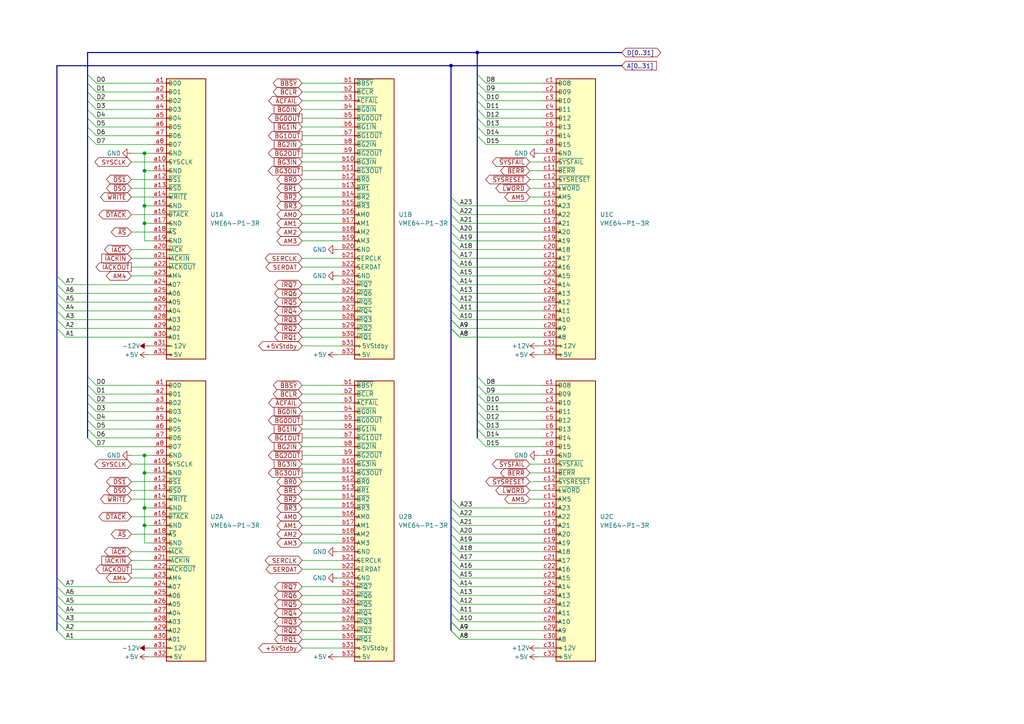
<source format=kicad_sch>
(kicad_sch (version 20231120) (generator "eeschema") (generator_version "8.0")
  (paper "A4")
  (title_block (title "60mm VME Extender") (rev "1"))
  (lib_symbols
    (symbol "Computie_Connectors:VME64-J1-3R"
      (property "Reference" "U" (at 0 40.64 0))
      (property "Value" "VME64-J1-3R" (at 0 40.64 0))
      (symbol "VME64-J1-3R_1_1"
        (pin bidirectional line (at -5.08 38.1 0) (length 3.81) (name "D00") (number "a1"))
        (pin input line (at -5.08 15.24 0) (length 3.81) (name "SYSCLK") (number "a10"))
        (pin power_in line (at -5.08 12.7 0) (length 3.81) (name "GND") (number "a11"))
        (pin bidirectional line (at -5.08 10.16 0) (length 3.81) (name "~{DS1}") (number "a12"))
        (pin bidirectional line (at -5.08 7.62 0) (length 3.81) (name "~{DS0}") (number "a13"))
        (pin bidirectional line (at -5.08 5.08 0) (length 3.81) (name "~{WRITE}") (number "a14"))
        (pin power_in line (at -5.08 2.54 0) (length 3.81) (name "GND") (number "a15"))
        (pin bidirectional line (at -5.08 0 0) (length 3.81) (name "~{DTACK}") (number "a16"))
        (pin power_in line (at -5.08 -2.54 0) (length 3.81) (name "GND") (number "a17"))
        (pin bidirectional line (at -5.08 -5.08 0) (length 3.81) (name "~{AS}") (number "a18"))
        (pin power_in line (at -5.08 -7.62 0) (length 3.81) (name "GND") (number "a19"))
        (pin bidirectional line (at -5.08 35.56 0) (length 3.81) (name "D01") (number "a2"))
        (pin bidirectional line (at -5.08 -10.16 0) (length 3.81) (name "~{IACK}") (number "a20"))
        (pin output line (at -5.08 -12.7 0) (length 3.81) (name "~{IACKIN}") (number "a21"))
        (pin input line (at -5.08 -15.24 0) (length 3.81) (name "~{IACKOUT}") (number "a22"))
        (pin bidirectional line (at -5.08 -17.78 0) (length 3.81) (name "AM4") (number "a23"))
        (pin bidirectional line (at -5.08 -20.32 0) (length 3.81) (name "A07") (number "a24"))
        (pin bidirectional line (at -5.08 -22.86 0) (length 3.81) (name "A06") (number "a25"))
        (pin bidirectional line (at -5.08 -25.4 0) (length 3.81) (name "A05") (number "a26"))
        (pin bidirectional line (at -5.08 -27.94 0) (length 3.81) (name "A04") (number "a27"))
        (pin bidirectional line (at -5.08 -30.48 0) (length 3.81) (name "A03") (number "a28"))
        (pin bidirectional line (at -5.08 -33.02 0) (length 3.81) (name "A02") (number "a29"))
        (pin bidirectional line (at -5.08 33.02 0) (length 3.81) (name "D02") (number "a3"))
        (pin bidirectional line (at -5.08 -35.56 0) (length 3.81) (name "A01") (number "a30"))
        (pin power_in line (at -5.08 -38.1 0) (length 3.81) (name "-12V") (number "a31"))
        (pin power_in line (at -5.08 -40.64 0) (length 3.81) (name "+5V") (number "a32"))
        (pin bidirectional line (at -5.08 30.48 0) (length 3.81) (name "D03") (number "a4"))
        (pin bidirectional line (at -5.08 27.94 0) (length 3.81) (name "D04") (number "a5"))
        (pin bidirectional line (at -5.08 25.4 0) (length 3.81) (name "D05") (number "a6"))
        (pin bidirectional line (at -5.08 22.86 0) (length 3.81) (name "D06") (number "a7"))
        (pin bidirectional line (at -5.08 20.32 0) (length 3.81) (name "D07") (number "a8"))
        (pin power_in line (at -5.08 17.78 0) (length 3.81) (name "GND") (number "a9"))
      )
      (symbol "VME64-J1-3R_2_1"
        (pin bidirectional line (at -5.08 38.1 0) (length 3.81) (name "~{BBSY}") (number "b1"))
        (pin output line (at -5.08 15.24 0) (length 3.81) (name "~{BG3IN}") (number "b10"))
        (pin input line (at -5.08 12.7 0) (length 3.81) (name "~{BG3OUT}") (number "b11"))
        (pin bidirectional line (at -5.08 10.16 0) (length 3.81) (name "~{BR0}") (number "b12"))
        (pin bidirectional line (at -5.08 7.62 0) (length 3.81) (name "~{BR1}") (number "b13"))
        (pin bidirectional line (at -5.08 5.08 0) (length 3.81) (name "~{BR2}") (number "b14"))
        (pin bidirectional line (at -5.08 2.54 0) (length 3.81) (name "~{BR3}") (number "b15"))
        (pin bidirectional line (at -5.08 0 0) (length 3.81) (name "AM0") (number "b16"))
        (pin bidirectional line (at -5.08 -2.54 0) (length 3.81) (name "AM1") (number "b17"))
        (pin bidirectional line (at -5.08 -5.08 0) (length 3.81) (name "AM2") (number "b18"))
        (pin bidirectional line (at -5.08 -7.62 0) (length 3.81) (name "AM3") (number "b19"))
        (pin bidirectional line (at -5.08 35.56 0) (length 3.81) (name "~{BCLR}") (number "b2"))
        (pin power_in line (at -5.08 -10.16 0) (length 3.81) (name "GND") (number "b20"))
        (pin bidirectional line (at -5.08 -12.7 0) (length 3.81) (name "SERCLK") (number "b21"))
        (pin bidirectional line (at -5.08 -15.24 0) (length 3.81) (name "SERDAT") (number "b22"))
        (pin power_in line (at -5.08 -17.78 0) (length 3.81) (name "GND") (number "b23"))
        (pin bidirectional line (at -5.08 -20.32 0) (length 3.81) (name "~{IRQ7}") (number "b24"))
        (pin bidirectional line (at -5.08 -22.86 0) (length 3.81) (name "~{IRQ6}") (number "b25"))
        (pin bidirectional line (at -5.08 -25.4 0) (length 3.81) (name "~{IRQ5}") (number "b26"))
        (pin bidirectional line (at -5.08 -27.94 0) (length 3.81) (name "~{IRQ4}") (number "b27"))
        (pin bidirectional line (at -5.08 -30.48 0) (length 3.81) (name "~{IRQ3}") (number "b28"))
        (pin bidirectional line (at -5.08 -33.02 0) (length 3.81) (name "~{IRQ2}") (number "b29"))
        (pin input line (at -5.08 33.02 0) (length 3.81) (name "~{ACFAIL}") (number "b3"))
        (pin bidirectional line (at -5.08 -35.56 0) (length 3.81) (name "~{IRQ1}") (number "b30"))
        (pin power_in line (at -5.08 -38.1 0) (length 3.81) (name "+5VStdby") (number "b31"))
        (pin power_in line (at -5.08 -40.64 0) (length 3.81) (name "+5V") (number "b32"))
        (pin output line (at -5.08 30.48 0) (length 3.81) (name "~{BG0IN}") (number "b4"))
        (pin input line (at -5.08 27.94 0) (length 3.81) (name "~{BG0OUT}") (number "b5"))
        (pin output line (at -5.08 25.4 0) (length 3.81) (name "~{BG1IN}") (number "b6"))
        (pin input line (at -5.08 22.86 0) (length 3.81) (name "~{BG1OUT}") (number "b7"))
        (pin output line (at -5.08 20.32 0) (length 3.81) (name "~{BG2IN}") (number "b8"))
        (pin input line (at -5.08 17.78 0) (length 3.81) (name "~{BG2OUT}") (number "b9"))
      )
      (symbol "VME64-J1-3R_3_1"
        (pin bidirectional line (at -5.08 38.1 0) (length 3.81) (name "D08") (number "c1"))
        (pin bidirectional line (at -5.08 15.24 0) (length 3.81) (name "~{SYSFAIL}") (number "c10"))
        (pin bidirectional line (at -5.08 12.7 0) (length 3.81) (name "~{BERR}") (number "c11"))
        (pin bidirectional line (at -5.08 10.16 0) (length 3.81) (name "~{SYSRESET}") (number "c12"))
        (pin bidirectional line (at -5.08 7.62 0) (length 3.81) (name "~{LWORD}") (number "c13"))
        (pin bidirectional line (at -5.08 5.08 0) (length 3.81) (name "AM5") (number "c14"))
        (pin bidirectional line (at -5.08 2.54 0) (length 3.81) (name "A23") (number "c15"))
        (pin bidirectional line (at -5.08 0 0) (length 3.81) (name "A22") (number "c16"))
        (pin bidirectional line (at -5.08 -2.54 0) (length 3.81) (name "A21") (number "c17"))
        (pin bidirectional line (at -5.08 -5.08 0) (length 3.81) (name "A20") (number "c18"))
        (pin bidirectional line (at -5.08 -7.62 0) (length 3.81) (name "A19") (number "c19"))
        (pin bidirectional line (at -5.08 35.56 0) (length 3.81) (name "D09") (number "c2"))
        (pin bidirectional line (at -5.08 -10.16 0) (length 3.81) (name "A18") (number "c20"))
        (pin bidirectional line (at -5.08 -12.7 0) (length 3.81) (name "A17") (number "c21"))
        (pin bidirectional line (at -5.08 -15.24 0) (length 3.81) (name "A16") (number "c22"))
        (pin bidirectional line (at -5.08 -17.78 0) (length 3.81) (name "A15") (number "c23"))
        (pin bidirectional line (at -5.08 -20.32 0) (length 3.81) (name "A14") (number "c24"))
        (pin bidirectional line (at -5.08 -22.86 0) (length 3.81) (name "A13") (number "c25"))
        (pin bidirectional line (at -5.08 -25.4 0) (length 3.81) (name "A12") (number "c26"))
        (pin bidirectional line (at -5.08 -27.94 0) (length 3.81) (name "A11") (number "c27"))
        (pin bidirectional line (at -5.08 -30.48 0) (length 3.81) (name "A10") (number "c28"))
        (pin bidirectional line (at -5.08 -33.02 0) (length 3.81) (name "A9") (number "c29"))
        (pin bidirectional line (at -5.08 33.02 0) (length 3.81) (name "D10") (number "c3"))
        (pin bidirectional line (at -5.08 -35.56 0) (length 3.81) (name "A8") (number "c30"))
        (pin power_in line (at -5.08 -38.1 0) (length 3.81) (name "+12V") (number "c31"))
        (pin power_in line (at -5.08 -40.64 0) (length 3.81) (name "+5V") (number "c32"))
        (pin bidirectional line (at -5.08 30.48 0) (length 3.81) (name "D11") (number "c4"))
        (pin bidirectional line (at -5.08 27.94 0) (length 3.81) (name "D12") (number "c5"))
        (pin bidirectional line (at -5.08 25.4 0) (length 3.81) (name "D13") (number "c6"))
        (pin bidirectional line (at -5.08 22.86 0) (length 3.81) (name "D14") (number "c7"))
        (pin bidirectional line (at -5.08 20.32 0) (length 3.81) (name "D15") (number "c8"))
        (pin power_in line (at -5.08 17.78 0) (length 3.81) (name "GND") (number "c9"))
      )
    )
    (symbol "power:+12V" (power) (pin_numbers hide) (pin_names (offset 0) hide)
      (property "Value" "+12V" (at 0 3.556 0))
      (symbol "+12V_1_1"
        (pin power_in line (at 0 0 90) (length 0) (name "~") (number "1"))
      )
    )
    (symbol "power:+5V" (power) (pin_numbers hide) (pin_names (offset 0) hide)
      (property "Value" "+5V" (at 0 3.556 0))
      (symbol "+5V_1_1"
        (pin power_in line (at 0 0 90) (length 0) (name "~") (number "1"))
      )
    )
    (symbol "power:-12V" (power) (pin_numbers hide) (pin_names (offset 0) hide)
      (property "Value" "-12V" (at 0 3.556 0))
      (symbol "-12V_0_0"
        (pin power_in line (at 0 0 90) (length 0) (name "~") (number "1"))
      )
    )
    (symbol "power:GND" (power) (pin_numbers hide) (pin_names (offset 0) hide)
      (property "Value" "GND" (at 0 -3.81 0))
      (symbol "GND_1_1"
        (pin power_in line (at 0 0 270) (length 0) (name "~") (number "1"))
      )
    )
  )
  (junction (at 41.91 64.77))
  (junction (at 41.91 147.32))
  (junction (at 138.43 15.24))
  (junction (at 41.91 59.69))
  (junction (at 41.91 152.4))
  (junction (at 130.81 19.05))
  (junction (at 41.91 49.53))
  (junction (at 41.91 132.08))
  (junction (at 41.91 44.45))
  (junction (at 41.91 137.16))
  (bus_entry (at 27.94 36.83) (size -2.54 -2.54))
  (bus_entry (at 133.35 147.32) (size -2.54 -2.54))
  (bus_entry (at 140.97 124.46) (size -2.54 -2.54))
  (bus_entry (at 133.35 87.63) (size -2.54 -2.54))
  (bus_entry (at 133.35 165.1) (size -2.54 -2.54))
  (bus_entry (at 140.97 111.76) (size -2.54 -2.54))
  (bus_entry (at 133.35 97.79) (size -2.54 -2.54))
  (bus_entry (at 27.94 29.21) (size -2.54 -2.54))
  (bus_entry (at 133.35 152.4) (size -2.54 -2.54))
  (bus_entry (at 140.97 26.67) (size -2.54 -2.54))
  (bus_entry (at 27.94 24.13) (size -2.54 -2.54))
  (bus_entry (at 140.97 127) (size -2.54 -2.54))
  (bus_entry (at 133.35 59.69) (size -2.54 -2.54))
  (bus_entry (at 27.94 121.92) (size -2.54 -2.54))
  (bus_entry (at 133.35 182.88) (size -2.54 -2.54))
  (bus_entry (at 27.94 114.3) (size -2.54 -2.54))
  (bus_entry (at 133.35 154.94) (size -2.54 -2.54))
  (bus_entry (at 133.35 185.42) (size -2.54 -2.54))
  (bus_entry (at 133.35 80.01) (size -2.54 -2.54))
  (bus_entry (at 133.35 62.23) (size -2.54 -2.54))
  (bus_entry (at 133.35 185.42) (size -2.54 -2.54))
  (bus_entry (at 19.05 175.26) (size -2.54 -2.54))
  (bus_entry (at 133.35 95.25) (size -2.54 -2.54))
  (bus_entry (at 133.35 180.34) (size -2.54 -2.54))
  (bus_entry (at 19.05 92.71) (size -2.54 -2.54))
  (bus_entry (at 27.94 31.75) (size -2.54 -2.54))
  (bus_entry (at 133.35 170.18) (size -2.54 -2.54))
  (bus_entry (at 19.05 185.42) (size -2.54 -2.54))
  (bus_entry (at 19.05 180.34) (size -2.54 -2.54))
  (bus_entry (at 27.94 129.54) (size -2.54 -2.54))
  (bus_entry (at 19.05 85.09) (size -2.54 -2.54))
  (bus_entry (at 140.97 31.75) (size -2.54 -2.54))
  (bus_entry (at 133.35 92.71) (size -2.54 -2.54))
  (bus_entry (at 27.94 116.84) (size -2.54 -2.54))
  (bus_entry (at 27.94 119.38) (size -2.54 -2.54))
  (bus_entry (at 19.05 170.18) (size -2.54 -2.54))
  (bus_entry (at 133.35 77.47) (size -2.54 -2.54))
  (bus_entry (at 133.35 149.86) (size -2.54 -2.54))
  (bus_entry (at 140.97 24.13) (size -2.54 -2.54))
  (bus_entry (at 133.35 162.56) (size -2.54 -2.54))
  (bus_entry (at 133.35 67.31) (size -2.54 -2.54))
  (bus_entry (at 19.05 87.63) (size -2.54 -2.54))
  (bus_entry (at 133.35 90.17) (size -2.54 -2.54))
  (bus_entry (at 27.94 39.37) (size -2.54 -2.54))
  (bus_entry (at 27.94 41.91) (size -2.54 -2.54))
  (bus_entry (at 133.35 160.02) (size -2.54 -2.54))
  (bus_entry (at 27.94 127) (size -2.54 -2.54))
  (bus_entry (at 133.35 167.64) (size -2.54 -2.54))
  (bus_entry (at 140.97 41.91) (size -2.54 -2.54))
  (bus_entry (at 140.97 121.92) (size -2.54 -2.54))
  (bus_entry (at 140.97 34.29) (size -2.54 -2.54))
  (bus_entry (at 140.97 114.3) (size -2.54 -2.54))
  (bus_entry (at 133.35 74.93) (size -2.54 -2.54))
  (bus_entry (at 133.35 175.26) (size -2.54 -2.54))
  (bus_entry (at 19.05 97.79) (size -2.54 -2.54))
  (bus_entry (at 140.97 39.37) (size -2.54 -2.54))
  (bus_entry (at 19.05 90.17) (size -2.54 -2.54))
  (bus_entry (at 27.94 34.29) (size -2.54 -2.54))
  (bus_entry (at 133.35 177.8) (size -2.54 -2.54))
  (bus_entry (at 133.35 85.09) (size -2.54 -2.54))
  (bus_entry (at 19.05 95.25) (size -2.54 -2.54))
  (bus_entry (at 133.35 97.79) (size -2.54 -2.54))
  (bus_entry (at 133.35 69.85) (size -2.54 -2.54))
  (bus_entry (at 140.97 116.84) (size -2.54 -2.54))
  (bus_entry (at 19.05 177.8) (size -2.54 -2.54))
  (bus_entry (at 140.97 119.38) (size -2.54 -2.54))
  (bus_entry (at 19.05 82.55) (size -2.54 -2.54))
  (bus_entry (at 19.05 182.88) (size -2.54 -2.54))
  (bus_entry (at 140.97 29.21) (size -2.54 -2.54))
  (bus_entry (at 27.94 124.46) (size -2.54 -2.54))
  (bus_entry (at 140.97 36.83) (size -2.54 -2.54))
  (bus_entry (at 27.94 26.67) (size -2.54 -2.54))
  (bus_entry (at 133.35 72.39) (size -2.54 -2.54))
  (bus_entry (at 133.35 95.25) (size -2.54 -2.54))
  (bus_entry (at 133.35 82.55) (size -2.54 -2.54))
  (bus_entry (at 133.35 157.48) (size -2.54 -2.54))
  (bus_entry (at 19.05 172.72) (size -2.54 -2.54))
  (bus_entry (at 133.35 64.77) (size -2.54 -2.54))
  (bus_entry (at 133.35 172.72) (size -2.54 -2.54))
  (bus_entry (at 27.94 111.76) (size -2.54 -2.54))
  (bus_entry (at 133.35 182.88) (size -2.54 -2.54))
  (bus_entry (at 140.97 129.54) (size -2.54 -2.54))
  (bus (pts (xy 25.4 121.92) (xy 25.4 124.46)))
  (wire (pts (xy 133.35 87.63) (xy 157.48 87.63)))
  (bus (pts (xy 130.81 74.93) (xy 130.81 77.47)))
  (wire (pts (xy 41.91 147.32) (xy 44.45 147.32)))
  (wire (pts (xy 156.21 100.33) (xy 157.48 100.33)))
  (bus (pts (xy 25.4 29.21) (xy 25.4 31.75)))
  (wire (pts (xy 87.63 67.31) (xy 99.06 67.31)))
  (bus (pts (xy 16.51 19.05) (xy 16.51 80.01)))
  (wire (pts (xy 140.97 34.29) (xy 157.48 34.29)))
  (wire (pts (xy 27.94 34.29) (xy 44.45 34.29)))
  (wire (pts (xy 133.35 62.23) (xy 157.48 62.23)))
  (wire (pts (xy 19.05 182.88) (xy 44.45 182.88)))
  (wire (pts (xy 87.63 185.42) (xy 99.06 185.42)))
  (bus (pts (xy 130.81 157.48) (xy 130.81 160.02)))
  (bus (pts (xy 130.81 177.8) (xy 130.81 180.34)))
  (wire (pts (xy 87.63 154.94) (xy 99.06 154.94)))
  (wire (pts (xy 133.35 152.4) (xy 157.48 152.4)))
  (wire (pts (xy 87.63 92.71) (xy 99.06 92.71)))
  (wire (pts (xy 87.63 149.86) (xy 99.06 149.86)))
  (bus (pts (xy 130.81 77.47) (xy 130.81 80.01)))
  (bus (pts (xy 130.81 172.72) (xy 130.81 175.26)))
  (wire (pts (xy 38.1 54.61) (xy 44.45 54.61)))
  (wire (pts (xy 140.97 127) (xy 157.48 127)))
  (wire (pts (xy 41.91 59.69) (xy 44.45 59.69)))
  (wire (pts (xy 19.05 92.71) (xy 44.45 92.71)))
  (wire (pts (xy 133.35 82.55) (xy 157.48 82.55)))
  (wire (pts (xy 27.94 31.75) (xy 44.45 31.75)))
  (wire (pts (xy 87.63 100.33) (xy 99.06 100.33)))
  (wire (pts (xy 140.97 119.38) (xy 157.48 119.38)))
  (wire (pts (xy 38.1 160.02) (xy 44.45 160.02)))
  (wire (pts (xy 140.97 116.84) (xy 157.48 116.84)))
  (wire (pts (xy 87.63 52.07) (xy 99.06 52.07)))
  (wire (pts (xy 27.94 129.54) (xy 44.45 129.54)))
  (wire (pts (xy 153.67 134.62) (xy 157.48 134.62)))
  (wire (pts (xy 87.63 57.15) (xy 99.06 57.15)))
  (bus (pts (xy 130.81 165.1) (xy 130.81 167.64)))
  (bus (pts (xy 25.4 116.84) (xy 25.4 119.38)))
  (wire (pts (xy 41.91 152.4) (xy 41.91 157.48)))
  (wire (pts (xy 38.1 144.78) (xy 44.45 144.78)))
  (wire (pts (xy 38.1 72.39) (xy 44.45 72.39)))
  (wire (pts (xy 41.91 59.69) (xy 41.91 64.77)))
  (wire (pts (xy 38.1 162.56) (xy 44.45 162.56)))
  (bus (pts (xy 130.81 57.15) (xy 130.81 59.69)))
  (bus (pts (xy 138.43 114.3) (xy 138.43 116.84)))
  (wire (pts (xy 19.05 97.79) (xy 44.45 97.79)))
  (bus (pts (xy 130.81 80.01) (xy 130.81 82.55)))
  (wire (pts (xy 133.35 167.64) (xy 157.48 167.64)))
  (bus (pts (xy 138.43 26.67) (xy 138.43 29.21)))
  (wire (pts (xy 157.48 132.08) (xy 156.21 132.08)))
  (wire (pts (xy 87.63 54.61) (xy 99.06 54.61)))
  (bus (pts (xy 130.81 72.39) (xy 130.81 74.93)))
  (wire (pts (xy 43.18 100.33) (xy 44.45 100.33)))
  (wire (pts (xy 27.94 41.91) (xy 44.45 41.91)))
  (wire (pts (xy 44.45 137.16) (xy 41.91 137.16)))
  (wire (pts (xy 19.05 177.8) (xy 44.45 177.8)))
  (wire (pts (xy 133.35 162.56) (xy 157.48 162.56)))
  (wire (pts (xy 38.1 165.1) (xy 44.45 165.1)))
  (wire (pts (xy 87.63 175.26) (xy 99.06 175.26)))
  (wire (pts (xy 87.63 114.3) (xy 99.06 114.3)))
  (wire (pts (xy 19.05 82.55) (xy 44.45 82.55)))
  (wire (pts (xy 27.94 26.67) (xy 44.45 26.67)))
  (wire (pts (xy 87.63 85.09) (xy 99.06 85.09)))
  (wire (pts (xy 140.97 29.21) (xy 157.48 29.21)))
  (bus (pts (xy 16.51 170.18) (xy 16.51 172.72)))
  (wire (pts (xy 27.94 121.92) (xy 44.45 121.92)))
  (bus (pts (xy 16.51 92.71) (xy 16.51 90.17)))
  (wire (pts (xy 87.63 36.83) (xy 99.06 36.83)))
  (wire (pts (xy 38.1 74.93) (xy 44.45 74.93)))
  (bus (pts (xy 130.81 180.34) (xy 130.81 182.88)))
  (bus (pts (xy 130.81 95.25) (xy 130.81 144.78)))
  (wire (pts (xy 87.63 129.54) (xy 99.06 129.54)))
  (bus (pts (xy 130.81 82.55) (xy 130.81 85.09)))
  (bus (pts (xy 16.51 19.05) (xy 130.81 19.05)))
  (wire (pts (xy 27.94 39.37) (xy 44.45 39.37)))
  (wire (pts (xy 87.63 46.99) (xy 99.06 46.99)))
  (wire (pts (xy 133.35 147.32) (xy 157.48 147.32)))
  (wire (pts (xy 19.05 180.34) (xy 44.45 180.34)))
  (wire (pts (xy 87.63 77.47) (xy 99.06 77.47)))
  (wire (pts (xy 87.63 31.75) (xy 99.06 31.75)))
  (bus (pts (xy 130.81 160.02) (xy 130.81 162.56)))
  (wire (pts (xy 87.63 124.46) (xy 99.06 124.46)))
  (wire (pts (xy 87.63 119.38) (xy 99.06 119.38)))
  (wire (pts (xy 38.1 62.23) (xy 44.45 62.23)))
  (bus (pts (xy 130.81 85.09) (xy 130.81 87.63)))
  (bus (pts (xy 25.4 109.22) (xy 25.4 111.76)))
  (bus (pts (xy 138.43 116.84) (xy 138.43 119.38)))
  (bus (pts (xy 130.81 19.05) (xy 180.34 19.05)))
  (wire (pts (xy 87.63 29.21) (xy 99.06 29.21)))
  (wire (pts (xy 87.63 139.7) (xy 99.06 139.7)))
  (bus (pts (xy 25.4 34.29) (xy 25.4 36.83)))
  (wire (pts (xy 133.35 160.02) (xy 157.48 160.02)))
  (wire (pts (xy 133.35 97.79) (xy 157.48 97.79)))
  (wire (pts (xy 41.91 44.45) (xy 44.45 44.45)))
  (wire (pts (xy 87.63 97.79) (xy 99.06 97.79)))
  (wire (pts (xy 87.63 39.37) (xy 99.06 39.37)))
  (bus (pts (xy 16.51 182.88) (xy 16.51 180.34)))
  (wire (pts (xy 87.63 74.93) (xy 99.06 74.93)))
  (wire (pts (xy 133.35 185.42) (xy 157.48 185.42)))
  (wire (pts (xy 87.63 90.17) (xy 99.06 90.17)))
  (wire (pts (xy 27.94 24.13) (xy 44.45 24.13)))
  (bus (pts (xy 25.4 36.83) (xy 25.4 39.37)))
  (wire (pts (xy 38.1 154.94) (xy 44.45 154.94)))
  (bus (pts (xy 130.81 162.56) (xy 130.81 165.1)))
  (wire (pts (xy 153.67 57.15) (xy 157.48 57.15)))
  (wire (pts (xy 87.63 49.53) (xy 99.06 49.53)))
  (wire (pts (xy 87.63 111.76) (xy 99.06 111.76)))
  (wire (pts (xy 19.05 185.42) (xy 44.45 185.42)))
  (bus (pts (xy 16.51 175.26) (xy 16.51 172.72)))
  (wire (pts (xy 38.1 167.64) (xy 44.45 167.64)))
  (wire (pts (xy 41.91 49.53) (xy 41.91 59.69)))
  (wire (pts (xy 87.63 121.92) (xy 99.06 121.92)))
  (wire (pts (xy 153.67 142.24) (xy 157.48 142.24)))
  (wire (pts (xy 133.35 74.93) (xy 157.48 74.93)))
  (wire (pts (xy 19.05 85.09) (xy 44.45 85.09)))
  (wire (pts (xy 97.79 190.5) (xy 99.06 190.5)))
  (wire (pts (xy 38.1 142.24) (xy 44.45 142.24)))
  (wire (pts (xy 19.05 95.25) (xy 44.45 95.25)))
  (wire (pts (xy 27.94 119.38) (xy 44.45 119.38)))
  (wire (pts (xy 133.35 69.85) (xy 157.48 69.85)))
  (wire (pts (xy 140.97 26.67) (xy 157.48 26.67)))
  (wire (pts (xy 87.63 64.77) (xy 99.06 64.77)))
  (wire (pts (xy 27.94 127) (xy 44.45 127)))
  (bus (pts (xy 25.4 119.38) (xy 25.4 121.92)))
  (wire (pts (xy 140.97 121.92) (xy 157.48 121.92)))
  (wire (pts (xy 157.48 44.45) (xy 156.21 44.45)))
  (wire (pts (xy 44.45 49.53) (xy 41.91 49.53)))
  (wire (pts (xy 87.63 134.62) (xy 99.06 134.62)))
  (bus (pts (xy 25.4 114.3) (xy 25.4 116.84)))
  (bus (pts (xy 138.43 34.29) (xy 138.43 36.83)))
  (wire (pts (xy 87.63 26.67) (xy 99.06 26.67)))
  (wire (pts (xy 87.63 187.96) (xy 99.06 187.96)))
  (wire (pts (xy 87.63 147.32) (xy 99.06 147.32)))
  (wire (pts (xy 87.63 41.91) (xy 99.06 41.91)))
  (wire (pts (xy 87.63 157.48) (xy 99.06 157.48)))
  (bus (pts (xy 130.81 59.69) (xy 130.81 62.23)))
  (bus (pts (xy 25.4 15.24) (xy 138.43 15.24)))
  (wire (pts (xy 153.67 139.7) (xy 157.48 139.7)))
  (wire (pts (xy 38.1 77.47) (xy 44.45 77.47)))
  (bus (pts (xy 138.43 21.59) (xy 138.43 24.13)))
  (wire (pts (xy 41.91 44.45) (xy 41.91 49.53)))
  (wire (pts (xy 38.1 134.62) (xy 44.45 134.62)))
  (bus (pts (xy 130.81 167.64) (xy 130.81 170.18)))
  (wire (pts (xy 87.63 87.63) (xy 99.06 87.63)))
  (bus (pts (xy 16.51 177.8) (xy 16.51 175.26)))
  (bus (pts (xy 130.81 147.32) (xy 130.81 149.86)))
  (bus (pts (xy 16.51 87.63) (xy 16.51 85.09)))
  (bus (pts (xy 138.43 36.83) (xy 138.43 39.37)))
  (wire (pts (xy 87.63 95.25) (xy 99.06 95.25)))
  (bus (pts (xy 138.43 15.24) (xy 138.43 21.59)))
  (wire (pts (xy 43.18 187.96) (xy 44.45 187.96)))
  (wire (pts (xy 87.63 116.84) (xy 99.06 116.84)))
  (wire (pts (xy 87.63 180.34) (xy 99.06 180.34)))
  (wire (pts (xy 133.35 149.86) (xy 157.48 149.86)))
  (bus (pts (xy 16.51 180.34) (xy 16.51 177.8)))
  (bus (pts (xy 25.4 21.59) (xy 25.4 24.13)))
  (wire (pts (xy 133.35 72.39) (xy 157.48 72.39)))
  (wire (pts (xy 44.45 64.77) (xy 41.91 64.77)))
  (wire (pts (xy 133.35 175.26) (xy 157.48 175.26)))
  (wire (pts (xy 38.1 139.7) (xy 44.45 139.7)))
  (wire (pts (xy 38.1 80.01) (xy 44.45 80.01)))
  (wire (pts (xy 87.63 165.1) (xy 99.06 165.1)))
  (bus (pts (xy 25.4 26.67) (xy 25.4 29.21)))
  (wire (pts (xy 38.1 52.07) (xy 44.45 52.07)))
  (wire (pts (xy 133.35 180.34) (xy 157.48 180.34)))
  (wire (pts (xy 133.35 165.1) (xy 157.48 165.1)))
  (wire (pts (xy 156.21 190.5) (xy 157.48 190.5)))
  (bus (pts (xy 138.43 111.76) (xy 138.43 114.3)))
  (wire (pts (xy 27.94 124.46) (xy 44.45 124.46)))
  (wire (pts (xy 140.97 39.37) (xy 157.48 39.37)))
  (wire (pts (xy 41.91 137.16) (xy 41.91 147.32)))
  (wire (pts (xy 133.35 95.25) (xy 157.48 95.25)))
  (bus (pts (xy 130.81 62.23) (xy 130.81 64.77)))
  (wire (pts (xy 133.35 80.01) (xy 157.48 80.01)))
  (wire (pts (xy 87.63 59.69) (xy 99.06 59.69)))
  (wire (pts (xy 41.91 64.77) (xy 41.91 69.85)))
  (bus (pts (xy 130.81 90.17) (xy 130.81 92.71)))
  (wire (pts (xy 27.94 111.76) (xy 44.45 111.76)))
  (wire (pts (xy 87.63 34.29) (xy 99.06 34.29)))
  (wire (pts (xy 87.63 132.08) (xy 99.06 132.08)))
  (wire (pts (xy 87.63 69.85) (xy 99.06 69.85)))
  (wire (pts (xy 133.35 67.31) (xy 157.48 67.31)))
  (wire (pts (xy 19.05 170.18) (xy 44.45 170.18)))
  (wire (pts (xy 87.63 144.78) (xy 99.06 144.78)))
  (bus (pts (xy 130.81 19.05) (xy 130.81 57.15)))
  (bus (pts (xy 130.81 64.77) (xy 130.81 67.31)))
  (wire (pts (xy 97.79 160.02) (xy 99.06 160.02)))
  (wire (pts (xy 156.21 102.87) (xy 157.48 102.87)))
  (bus (pts (xy 25.4 124.46) (xy 25.4 127)))
  (wire (pts (xy 133.35 154.94) (xy 157.48 154.94)))
  (bus (pts (xy 25.4 111.76) (xy 25.4 114.3)))
  (wire (pts (xy 38.1 57.15) (xy 44.45 57.15)))
  (bus (pts (xy 130.81 152.4) (xy 130.81 154.94)))
  (wire (pts (xy 140.97 111.76) (xy 157.48 111.76)))
  (wire (pts (xy 97.79 102.87) (xy 99.06 102.87)))
  (wire (pts (xy 97.79 72.39) (xy 99.06 72.39)))
  (wire (pts (xy 87.63 170.18) (xy 99.06 170.18)))
  (wire (pts (xy 19.05 172.72) (xy 44.45 172.72)))
  (bus (pts (xy 130.81 87.63) (xy 130.81 90.17)))
  (wire (pts (xy 87.63 44.45) (xy 99.06 44.45)))
  (bus (pts (xy 138.43 124.46) (xy 138.43 127)))
  (bus (pts (xy 130.81 170.18) (xy 130.81 172.72)))
  (wire (pts (xy 38.1 67.31) (xy 44.45 67.31)))
  (wire (pts (xy 153.67 54.61) (xy 157.48 54.61)))
  (bus (pts (xy 130.81 144.78) (xy 130.81 147.32)))
  (wire (pts (xy 153.67 144.78) (xy 157.48 144.78)))
  (wire (pts (xy 140.97 124.46) (xy 157.48 124.46)))
  (wire (pts (xy 19.05 90.17) (xy 44.45 90.17)))
  (wire (pts (xy 87.63 137.16) (xy 99.06 137.16)))
  (wire (pts (xy 140.97 31.75) (xy 157.48 31.75)))
  (wire (pts (xy 38.1 46.99) (xy 44.45 46.99)))
  (wire (pts (xy 44.45 152.4) (xy 41.91 152.4)))
  (wire (pts (xy 140.97 129.54) (xy 157.48 129.54)))
  (wire (pts (xy 133.35 90.17) (xy 157.48 90.17)))
  (bus (pts (xy 25.4 31.75) (xy 25.4 34.29)))
  (wire (pts (xy 153.67 49.53) (xy 157.48 49.53)))
  (wire (pts (xy 87.63 177.8) (xy 99.06 177.8)))
  (wire (pts (xy 133.35 172.72) (xy 157.48 172.72)))
  (bus (pts (xy 25.4 24.13) (xy 25.4 26.67)))
  (wire (pts (xy 87.63 82.55) (xy 99.06 82.55)))
  (wire (pts (xy 140.97 36.83) (xy 157.48 36.83)))
  (wire (pts (xy 27.94 116.84) (xy 44.45 116.84)))
  (wire (pts (xy 133.35 177.8) (xy 157.48 177.8)))
  (wire (pts (xy 41.91 157.48) (xy 44.45 157.48)))
  (wire (pts (xy 41.91 69.85) (xy 44.45 69.85)))
  (wire (pts (xy 87.63 142.24) (xy 99.06 142.24)))
  (bus (pts (xy 138.43 29.21) (xy 138.43 31.75)))
  (wire (pts (xy 43.18 102.87) (xy 44.45 102.87)))
  (wire (pts (xy 87.63 152.4) (xy 99.06 152.4)))
  (wire (pts (xy 140.97 41.91) (xy 157.48 41.91)))
  (bus (pts (xy 16.51 95.25) (xy 16.51 92.71)))
  (wire (pts (xy 19.05 175.26) (xy 44.45 175.26)))
  (bus (pts (xy 16.51 82.55) (xy 16.51 85.09)))
  (wire (pts (xy 27.94 36.83) (xy 44.45 36.83)))
  (wire (pts (xy 133.35 64.77) (xy 157.48 64.77)))
  (wire (pts (xy 133.35 170.18) (xy 157.48 170.18)))
  (wire (pts (xy 38.1 132.08) (xy 41.91 132.08)))
  (bus (pts (xy 130.81 92.71) (xy 130.81 95.25)))
  (bus (pts (xy 138.43 109.22) (xy 138.43 111.76)))
  (wire (pts (xy 133.35 157.48) (xy 157.48 157.48)))
  (wire (pts (xy 97.79 80.01) (xy 99.06 80.01)))
  (bus (pts (xy 138.43 39.37) (xy 138.43 109.22)))
  (wire (pts (xy 87.63 172.72) (xy 99.06 172.72)))
  (bus (pts (xy 138.43 24.13) (xy 138.43 26.67)))
  (wire (pts (xy 153.67 52.07) (xy 157.48 52.07)))
  (bus (pts (xy 138.43 15.24) (xy 180.34 15.24)))
  (bus (pts (xy 25.4 39.37) (xy 25.4 109.22)))
  (wire (pts (xy 87.63 24.13) (xy 99.06 24.13)))
  (wire (pts (xy 156.21 187.96) (xy 157.48 187.96)))
  (wire (pts (xy 133.35 59.69) (xy 157.48 59.69)))
  (bus (pts (xy 130.81 149.86) (xy 130.81 152.4)))
  (wire (pts (xy 27.94 29.21) (xy 44.45 29.21)))
  (bus (pts (xy 16.51 95.25) (xy 16.51 167.64)))
  (wire (pts (xy 19.05 87.63) (xy 44.45 87.63)))
  (wire (pts (xy 87.63 62.23) (xy 99.06 62.23)))
  (wire (pts (xy 41.91 132.08) (xy 44.45 132.08)))
  (wire (pts (xy 133.35 92.71) (xy 157.48 92.71)))
  (bus (pts (xy 130.81 154.94) (xy 130.81 157.48)))
  (wire (pts (xy 153.67 46.99) (xy 157.48 46.99)))
  (wire (pts (xy 97.79 167.64) (xy 99.06 167.64)))
  (wire (pts (xy 133.35 77.47) (xy 157.48 77.47)))
  (wire (pts (xy 140.97 24.13) (xy 157.48 24.13)))
  (bus (pts (xy 16.51 167.64) (xy 16.51 170.18)))
  (bus (pts (xy 130.81 175.26) (xy 130.81 177.8)))
  (wire (pts (xy 27.94 114.3) (xy 44.45 114.3)))
  (wire (pts (xy 41.91 132.08) (xy 41.91 137.16)))
  (wire (pts (xy 87.63 127) (xy 99.06 127)))
  (wire (pts (xy 140.97 114.3) (xy 157.48 114.3)))
  (wire (pts (xy 38.1 149.86) (xy 44.45 149.86)))
  (bus (pts (xy 16.51 80.01) (xy 16.51 82.55)))
  (wire (pts (xy 133.35 182.88) (xy 157.48 182.88)))
  (wire (pts (xy 87.63 182.88) (xy 99.06 182.88)))
  (wire (pts (xy 41.91 147.32) (xy 41.91 152.4)))
  (bus (pts (xy 25.4 15.24) (xy 25.4 21.59)))
  (wire (pts (xy 43.18 190.5) (xy 44.45 190.5)))
  (wire (pts (xy 133.35 85.09) (xy 157.48 85.09)))
  (bus (pts (xy 138.43 121.92) (xy 138.43 124.46)))
  (wire (pts (xy 87.63 162.56) (xy 99.06 162.56)))
  (bus (pts (xy 130.81 69.85) (xy 130.81 72.39)))
  (bus (pts (xy 138.43 119.38) (xy 138.43 121.92)))
  (bus (pts (xy 16.51 90.17) (xy 16.51 87.63)))
  (bus (pts (xy 138.43 31.75) (xy 138.43 34.29)))
  (wire (pts (xy 38.1 44.45) (xy 41.91 44.45)))
  (wire (pts (xy 153.67 137.16) (xy 157.48 137.16)))
  (bus (pts (xy 130.81 67.31) (xy 130.81 69.85)))
  (label "A21" (at 133.35 64.77 0))
  (label "A12" (at 133.35 87.63 0))
  (label "D5" (at 27.94 124.46 0))
  (label "A2" (at 19.05 182.88 0))
  (label "A9" (at 133.35 182.88 0))
  (label "A14" (at 133.35 170.18 0))
  (label "D8" (at 140.97 111.76 0))
  (label "A7" (at 19.05 170.18 0))
  (label "D11" (at 140.97 31.75 0))
  (label "D2" (at 27.94 29.21 0))
  (label "D1" (at 27.94 26.67 0))
  (label "A22" (at 133.35 149.86 0))
  (label "A15" (at 133.35 80.01 0))
  (label "A17" (at 133.35 162.56 0))
  (label "A4" (at 19.05 177.8 0))
  (label "A5" (at 19.05 175.26 0))
  (label "A19" (at 133.35 157.48 0))
  (label "A22" (at 133.35 62.23 0))
  (label "A9" (at 133.35 182.88 0))
  (label "A23" (at 133.35 59.69 0))
  (label "A15" (at 133.35 167.64 0))
  (label "D1" (at 27.94 114.3 0))
  (label "A6" (at 19.05 172.72 0))
  (label "A16" (at 133.35 77.47 0))
  (label "A1" (at 19.05 97.79 0))
  (label "D6" (at 27.94 39.37 0))
  (label "A11" (at 133.35 90.17 0))
  (label "D14" (at 140.97 39.37 0))
  (label "A18" (at 133.35 160.02 0))
  (label "D10" (at 140.97 29.21 0))
  (label "D15" (at 140.97 41.91 0))
  (label "D11" (at 140.97 119.38 0))
  (label "A17" (at 133.35 74.93 0))
  (label "A16" (at 133.35 165.1 0))
  (label "D13" (at 140.97 124.46 0))
  (label "A1" (at 19.05 185.42 0))
  (label "A3" (at 19.05 180.34 0))
  (label "A8" (at 133.35 185.42 0))
  (label "A19" (at 133.35 69.85 0))
  (label "A8" (at 133.35 185.42 0))
  (label "D10" (at 140.97 116.84 0))
  (label "D4" (at 27.94 34.29 0))
  (label "A10" (at 133.35 180.34 0))
  (label "D15" (at 140.97 129.54 0))
  (label "D7" (at 27.94 129.54 0))
  (label "A9" (at 133.35 95.25 0))
  (label "A9" (at 133.35 95.25 0))
  (label "D5" (at 27.94 36.83 0))
  (label "A13" (at 133.35 85.09 0))
  (label "A11" (at 133.35 177.8 0))
  (label "D8" (at 140.97 24.13 0))
  (label "A3" (at 19.05 92.71 0))
  (label "D12" (at 140.97 121.92 0))
  (label "A20" (at 133.35 67.31 0))
  (label "A12" (at 133.35 175.26 0))
  (label "D3" (at 27.94 119.38 0))
  (label "D4" (at 27.94 121.92 0))
  (label "A18" (at 133.35 72.39 0))
  (label "A7" (at 19.05 82.55 0))
  (label "A8" (at 133.35 97.79 0))
  (label "D7" (at 27.94 41.91 0))
  (label "A23" (at 133.35 147.32 0))
  (label "A6" (at 19.05 85.09 0))
  (label "A14" (at 133.35 82.55 0))
  (label "D3" (at 27.94 31.75 0))
  (label "A10" (at 133.35 92.71 0))
  (label "A5" (at 19.05 87.63 0))
  (label "D14" (at 140.97 127 0))
  (label "A20" (at 133.35 154.94 0))
  (label "D2" (at 27.94 116.84 0))
  (label "D9" (at 140.97 26.67 0))
  (label "A13" (at 133.35 172.72 0))
  (label "D12" (at 140.97 34.29 0))
  (label "D0" (at 27.94 24.13 0))
  (label "A4" (at 19.05 90.17 0))
  (label "D6" (at 27.94 127 0))
  (label "A2" (at 19.05 95.25 0))
  (label "D9" (at 140.97 114.3 0))
  (label "D13" (at 140.97 36.83 0))
  (label "D0" (at 27.94 111.76 0))
  (label "A8" (at 133.35 97.79 0))
  (label "A21" (at 133.35 152.4 0))
  (global_label "~{AS}" (shape bidirectional) (at 38.1 67.31 180) (property "Intersheetrefs" "${INTERSHEET_REFS}" (effects (hide yes))))
  (global_label "~{WRITE}" (shape bidirectional) (at 38.1 144.78 180) (property "Intersheetrefs" "${INTERSHEET_REFS}" (effects (hide yes))))
  (global_label "~{BG3IN}" (shape input) (at 87.63 134.62 180) (property "Intersheetrefs" "${INTERSHEET_REFS}" (effects (hide yes))))
  (global_label "~{BR2}" (shape bidirectional) (at 87.63 144.78 180) (property "Intersheetrefs" "${INTERSHEET_REFS}" (effects (hide yes))))
  (global_label "~{BBSY}" (shape bidirectional) (at 87.63 24.13 180) (property "Intersheetrefs" "${INTERSHEET_REFS}" (effects (hide yes))))
  (global_label "~{IRQ3}" (shape bidirectional) (at 87.63 92.71 180) (property "Intersheetrefs" "${INTERSHEET_REFS}" (effects (hide yes))))
  (global_label "~{BCLR}" (shape bidirectional) (at 87.63 26.67 180) (property "Intersheetrefs" "${INTERSHEET_REFS}" (effects (hide yes))))
  (global_label "SYSCLK" (shape bidirectional) (at 38.1 134.62 180) (property "Intersheetrefs" "${INTERSHEET_REFS}" (effects (hide yes))))
  (global_label "~{BG1IN}" (shape input) (at 87.63 124.46 180) (property "Intersheetrefs" "${INTERSHEET_REFS}" (effects (hide yes))))
  (global_label "~{BG2OUT}" (shape output) (at 87.63 44.45 180) (property "Intersheetrefs" "${INTERSHEET_REFS}" (effects (hide yes))))
  (global_label "~{BG1OUT}" (shape output) (at 87.63 127 180) (property "Intersheetrefs" "${INTERSHEET_REFS}" (effects (hide yes))))
  (global_label "~{IRQ7}" (shape bidirectional) (at 87.63 170.18 180) (property "Intersheetrefs" "${INTERSHEET_REFS}" (effects (hide yes))))
  (global_label "~{IRQ7}" (shape bidirectional) (at 87.63 82.55 180) (property "Intersheetrefs" "${INTERSHEET_REFS}" (effects (hide yes))))
  (global_label "~{BR0}" (shape bidirectional) (at 87.63 139.7 180) (property "Intersheetrefs" "${INTERSHEET_REFS}" (effects (hide yes))))
  (global_label "AM3" (shape bidirectional) (at 87.63 69.85 180) (property "Intersheetrefs" "${INTERSHEET_REFS}" (effects (hide yes))))
  (global_label "~{IRQ5}" (shape bidirectional) (at 87.63 87.63 180) (property "Intersheetrefs" "${INTERSHEET_REFS}" (effects (hide yes))))
  (global_label "SERDAT" (shape bidirectional) (at 87.63 165.1 180) (property "Intersheetrefs" "${INTERSHEET_REFS}" (effects (hide yes))))
  (global_label "~{BG3IN}" (shape input) (at 87.63 46.99 180) (property "Intersheetrefs" "${INTERSHEET_REFS}" (effects (hide yes))))
  (global_label "~{IRQ2}" (shape bidirectional) (at 87.63 95.25 180) (property "Intersheetrefs" "${INTERSHEET_REFS}" (effects (hide yes))))
  (global_label "AM2" (shape bidirectional) (at 87.63 67.31 180) (property "Intersheetrefs" "${INTERSHEET_REFS}" (effects (hide yes))))
  (global_label "~{BCLR}" (shape bidirectional) (at 87.63 114.3 180) (property "Intersheetrefs" "${INTERSHEET_REFS}" (effects (hide yes))))
  (global_label "+5VStdby" (shape bidirectional) (at 87.63 187.96 180) (property "Intersheetrefs" "${INTERSHEET_REFS}" (effects (hide yes))))
  (global_label "~{SYSRESET}" (shape bidirectional) (at 153.67 52.07 180) (property "Intersheetrefs" "${INTERSHEET_REFS}" (effects (hide yes))))
  (global_label "~{BG0IN}" (shape input) (at 87.63 119.38 180) (property "Intersheetrefs" "${INTERSHEET_REFS}" (effects (hide yes))))
  (global_label "SERCLK" (shape bidirectional) (at 87.63 162.56 180) (property "Intersheetrefs" "${INTERSHEET_REFS}" (effects (hide yes))))
  (global_label "~{AS}" (shape bidirectional) (at 38.1 154.94 180) (property "Intersheetrefs" "${INTERSHEET_REFS}" (effects (hide yes))))
  (global_label "~{SYSRESET}" (shape bidirectional) (at 153.67 139.7 180) (property "Intersheetrefs" "${INTERSHEET_REFS}" (effects (hide yes))))
  (global_label "~{LWORD}" (shape bidirectional) (at 153.67 54.61 180) (property "Intersheetrefs" "${INTERSHEET_REFS}" (effects (hide yes))))
  (global_label "~{DTACK}" (shape bidirectional) (at 38.1 149.86 180) (property "Intersheetrefs" "${INTERSHEET_REFS}" (effects (hide yes))))
  (global_label "~{BG2IN}" (shape input) (at 87.63 129.54 180) (property "Intersheetrefs" "${INTERSHEET_REFS}" (effects (hide yes))))
  (global_label "~{IRQ4}" (shape bidirectional) (at 87.63 90.17 180) (property "Intersheetrefs" "${INTERSHEET_REFS}" (effects (hide yes))))
  (global_label "~{BG2IN}" (shape input) (at 87.63 41.91 180) (property "Intersheetrefs" "${INTERSHEET_REFS}" (effects (hide yes))))
  (global_label "AM2" (shape bidirectional) (at 87.63 154.94 180) (property "Intersheetrefs" "${INTERSHEET_REFS}" (effects (hide yes))))
  (global_label "~{IRQ1}" (shape bidirectional) (at 87.63 185.42 180) (property "Intersheetrefs" "${INTERSHEET_REFS}" (effects (hide yes))))
  (global_label "~{BG3OUT}" (shape output) (at 87.63 49.53 180) (property "Intersheetrefs" "${INTERSHEET_REFS}" (effects (hide yes))))
  (global_label "~{IACK}" (shape bidirectional) (at 38.1 160.02 180) (property "Intersheetrefs" "${INTERSHEET_REFS}" (effects (hide yes))))
  (global_label "AM0" (shape bidirectional) (at 87.63 62.23 180) (property "Intersheetrefs" "${INTERSHEET_REFS}" (effects (hide yes))))
  (global_label "~{BERR}" (shape bidirectional) (at 153.67 137.16 180) (property "Intersheetrefs" "${INTERSHEET_REFS}" (effects (hide yes))))
  (global_label "~{DS1}" (shape bidirectional) (at 38.1 52.07 180) (property "Intersheetrefs" "${INTERSHEET_REFS}" (effects (hide yes))))
  (global_label "AM3" (shape bidirectional) (at 87.63 157.48 180) (property "Intersheetrefs" "${INTERSHEET_REFS}" (effects (hide yes))))
  (global_label "~{IACKIN}" (shape input) (at 38.1 74.93 180) (property "Intersheetrefs" "${INTERSHEET_REFS}" (effects (hide yes))))
  (global_label "~{BBSY}" (shape bidirectional) (at 87.63 111.76 180) (property "Intersheetrefs" "${INTERSHEET_REFS}" (effects (hide yes))))
  (global_label "~{SYSFAIL}" (shape bidirectional) (at 153.67 46.99 180) (property "Intersheetrefs" "${INTERSHEET_REFS}" (effects (hide yes))))
  (global_label "~{DS0}" (shape bidirectional) (at 38.1 54.61 180) (property "Intersheetrefs" "${INTERSHEET_REFS}" (effects (hide yes))))
  (global_label "~{WRITE}" (shape bidirectional) (at 38.1 57.15 180) (property "Intersheetrefs" "${INTERSHEET_REFS}" (effects (hide yes))))
  (global_label "+5VStdby" (shape bidirectional) (at 87.63 100.33 180) (property "Intersheetrefs" "${INTERSHEET_REFS}" (effects (hide yes))))
  (global_label "~{BG1IN}" (shape input) (at 87.63 36.83 180) (property "Intersheetrefs" "${INTERSHEET_REFS}" (effects (hide yes))))
  (global_label "AM5" (shape bidirectional) (at 153.67 144.78 180) (property "Intersheetrefs" "${INTERSHEET_REFS}" (effects (hide yes))))
  (global_label "~{IACKOUT}" (shape output) (at 38.1 77.47 180) (property "Intersheetrefs" "${INTERSHEET_REFS}" (effects (hide yes))))
  (global_label "~{ACFAIL}" (shape bidirectional) (at 87.63 116.84 180) (property "Intersheetrefs" "${INTERSHEET_REFS}" (effects (hide yes))))
  (global_label "~{SYSFAIL}" (shape bidirectional) (at 153.67 134.62 180) (property "Intersheetrefs" "${INTERSHEET_REFS}" (effects (hide yes))))
  (global_label "~{IRQ3}" (shape bidirectional) (at 87.63 180.34 180) (property "Intersheetrefs" "${INTERSHEET_REFS}" (effects (hide yes))))
  (global_label "~{DS0}" (shape bidirectional) (at 38.1 142.24 180) (property "Intersheetrefs" "${INTERSHEET_REFS}" (effects (hide yes))))
  (global_label "~{IRQ6}" (shape bidirectional) (at 87.63 85.09 180) (property "Intersheetrefs" "${INTERSHEET_REFS}" (effects (hide yes))))
  (global_label "~{ACFAIL}" (shape bidirectional) (at 87.63 29.21 180) (property "Intersheetrefs" "${INTERSHEET_REFS}" (effects (hide yes))))
  (global_label "AM1" (shape bidirectional) (at 87.63 152.4 180) (property "Intersheetrefs" "${INTERSHEET_REFS}" (effects (hide yes))))
  (global_label "SERDAT" (shape bidirectional) (at 87.63 77.47 180) (property "Intersheetrefs" "${INTERSHEET_REFS}" (effects (hide yes))))
  (global_label "~{BG0OUT}" (shape output) (at 87.63 34.29 180) (property "Intersheetrefs" "${INTERSHEET_REFS}" (effects (hide yes))))
  (global_label "AM5" (shape bidirectional) (at 153.67 57.15 180) (property "Intersheetrefs" "${INTERSHEET_REFS}" (effects (hide yes))))
  (global_label "~{IRQ2}" (shape bidirectional) (at 87.63 182.88 180) (property "Intersheetrefs" "${INTERSHEET_REFS}" (effects (hide yes))))
  (global_label "SERCLK" (shape bidirectional) (at 87.63 74.93 180) (property "Intersheetrefs" "${INTERSHEET_REFS}" (effects (hide yes))))
  (global_label "~{BR1}" (shape bidirectional) (at 87.63 142.24 180) (property "Intersheetrefs" "${INTERSHEET_REFS}" (effects (hide yes))))
  (global_label "~{BR2}" (shape bidirectional) (at 87.63 57.15 180) (property "Intersheetrefs" "${INTERSHEET_REFS}" (effects (hide yes))))
  (global_label "~{IRQ1}" (shape bidirectional) (at 87.63 97.79 180) (property "Intersheetrefs" "${INTERSHEET_REFS}" (effects (hide yes))))
  (global_label "~{IRQ4}" (shape bidirectional) (at 87.63 177.8 180) (property "Intersheetrefs" "${INTERSHEET_REFS}" (effects (hide yes))))
  (global_label "~{BR1}" (shape bidirectional) (at 87.63 54.61 180) (property "Intersheetrefs" "${INTERSHEET_REFS}" (effects (hide yes))))
  (global_label "~{DS1}" (shape bidirectional) (at 38.1 139.7 180) (property "Intersheetrefs" "${INTERSHEET_REFS}" (effects (hide yes))))
  (global_label "~{IACK}" (shape bidirectional) (at 38.1 72.39 180) (property "Intersheetrefs" "${INTERSHEET_REFS}" (effects (hide yes))))
  (global_label "AM0" (shape bidirectional) (at 87.63 149.86 180) (property "Intersheetrefs" "${INTERSHEET_REFS}" (effects (hide yes))))
  (global_label "AM4" (shape bidirectional) (at 38.1 167.64 180) (property "Intersheetrefs" "${INTERSHEET_REFS}" (effects (hide yes))))
  (global_label "~{BR3}" (shape bidirectional) (at 87.63 59.69 180) (property "Intersheetrefs" "${INTERSHEET_REFS}" (effects (hide yes))))
  (global_label "~{BR3}" (shape bidirectional) (at 87.63 147.32 180) (property "Intersheetrefs" "${INTERSHEET_REFS}" (effects (hide yes))))
  (global_label "~{BG2OUT}" (shape output) (at 87.63 132.08 180) (property "Intersheetrefs" "${INTERSHEET_REFS}" (effects (hide yes))))
  (global_label "~{IACKIN}" (shape input) (at 38.1 162.56 180) (property "Intersheetrefs" "${INTERSHEET_REFS}" (effects (hide yes))))
  (global_label "~{BG3OUT}" (shape output) (at 87.63 137.16 180) (property "Intersheetrefs" "${INTERSHEET_REFS}" (effects (hide yes))))
  (global_label "~{BG1OUT}" (shape output) (at 87.63 39.37 180) (property "Intersheetrefs" "${INTERSHEET_REFS}" (effects (hide yes))))
  (global_label "AM1" (shape bidirectional) (at 87.63 64.77 180) (property "Intersheetrefs" "${INTERSHEET_REFS}" (effects (hide yes))))
  (global_label "A[0..31]" (shape input) (at 180.34 19.05 0) (property "Intersheetrefs" "${INTERSHEET_REFS}" (effects (hide yes))))
  (global_label "~{BG0IN}" (shape input) (at 87.63 31.75 180) (property "Intersheetrefs" "${INTERSHEET_REFS}" (effects (hide yes))))
  (global_label "D[0..31]" (shape bidirectional) (at 180.34 15.24 0) (property "Intersheetrefs" "${INTERSHEET_REFS}" (effects (hide yes))))
  (global_label "SYSCLK" (shape bidirectional) (at 38.1 46.99 180) (property "Intersheetrefs" "${INTERSHEET_REFS}" (effects (hide yes))))
  (global_label "~{DTACK}" (shape bidirectional) (at 38.1 62.23 180) (property "Intersheetrefs" "${INTERSHEET_REFS}" (effects (hide yes))))
  (global_label "~{BG0OUT}" (shape output) (at 87.63 121.92 180) (property "Intersheetrefs" "${INTERSHEET_REFS}" (effects (hide yes))))
  (global_label "~{IRQ5}" (shape bidirectional) (at 87.63 175.26 180) (property "Intersheetrefs" "${INTERSHEET_REFS}" (effects (hide yes))))
  (global_label "~{BERR}" (shape bidirectional) (at 153.67 49.53 180) (property "Intersheetrefs" "${INTERSHEET_REFS}" (effects (hide yes))))
  (global_label "AM4" (shape bidirectional) (at 38.1 80.01 180) (property "Intersheetrefs" "${INTERSHEET_REFS}" (effects (hide yes))))
  (global_label "~{BR0}" (shape bidirectional) (at 87.63 52.07 180) (property "Intersheetrefs" "${INTERSHEET_REFS}" (effects (hide yes))))
  (global_label "~{LWORD}" (shape bidirectional) (at 153.67 142.24 180) (property "Intersheetrefs" "${INTERSHEET_REFS}" (effects (hide yes))))
  (global_label "~{IRQ6}" (shape bidirectional) (at 87.63 172.72 180) (property "Intersheetrefs" "${INTERSHEET_REFS}" (effects (hide yes))))
  (global_label "~{IACKOUT}" (shape output) (at 38.1 165.1 180) (property "Intersheetrefs" "${INTERSHEET_REFS}" (effects (hide yes))))
  (symbol (lib_id "power:+5V") (at 43.18 102.87 90) (unit 1)
    (property "Reference" "#PWR02" (effects (hide yes)))
    (property "Value" "+5V" (at 38.1 102.87 90))
    (property "Description" "Power symbol creates a global label with name \"+5V\"" (effects (hide yes)))
  )
  (symbol (lib_id "power:GND") (at 97.79 167.64 270) (unit 1)
    (property "Reference" "#PWR011" (effects (hide yes)))
    (property "Value" "GND" (at 92.71 167.64 90))
    (property "Description" "Power symbol creates a global label with name \"GND\" , ground" (effects (hide yes)))
  )
  (symbol (lib_id "Computie_Connectors:VME64-J1-3R") (at 162.56 149.86 0) (unit 3)
    (property "Reference" "U2" (at 173.99 149.8599 0) (effects (justify left)))
    (property "Value" "VME64-P1-3R" (at 173.99 152.3999 0) (effects (justify left)))
    (property "Footprint" "Connector_DIN:DIN41612_R_3x32_Female_Horizontal_THT" (effects (hide yes)))
    (property "Description" "VME64 J1 (Backplane-side Socket), 3 Row DIN41612 Connector" (effects (hide yes)))
  )
  (symbol (lib_id "Computie_Connectors:VME64-J1-3R") (at 162.56 62.23 0) (unit 3)
    (property "Reference" "U1" (at 173.99 62.2299 0) (effects (justify left)))
    (property "Value" "VME64-P1-3R" (at 173.99 64.7699 0) (effects (justify left)))
    (property "Footprint" "Connector_DIN:DIN41612_C_3x32_Male_Horizontal_THT" (effects (hide yes)))
    (property "Description" "VME64 J1 (Backplane-side Socket), 3 Row DIN41612 Connector" (effects (hide yes)))
  )
  (symbol (lib_id "power:-12V") (at 43.18 100.33 90) (unit 1)
    (property "Reference" "#PWR016" (effects (hide yes)))
    (property "Value" "-12V" (at 40.64 100.3299 90) (effects (justify left)))
    (property "Description" "Power symbol creates a global label with name \"-12V\"" (effects (hide yes)))
  )
  (symbol (lib_id "power:GND") (at 97.79 160.02 270) (unit 1)
    (property "Reference" "#PWR010" (effects (hide yes)))
    (property "Value" "GND" (at 92.71 160.02 90))
    (property "Description" "Power symbol creates a global label with name \"GND\" , ground" (effects (hide yes)))
  )
  (symbol (lib_id "power:GND") (at 97.79 80.01 270) (unit 1)
    (property "Reference" "#PWR04" (effects (hide yes)))
    (property "Value" "GND" (at 92.71 80.01 90))
    (property "Description" "Power symbol creates a global label with name \"GND\" , ground" (effects (hide yes)))
  )
  (symbol (lib_id "Computie_Connectors:VME64-J1-3R") (at 104.14 62.23 0) (unit 2)
    (property "Reference" "U1" (at 115.57 62.2299 0) (effects (justify left)))
    (property "Value" "VME64-P1-3R" (at 115.57 64.7699 0) (effects (justify left)))
    (property "Footprint" "Connector_DIN:DIN41612_C_3x32_Male_Horizontal_THT" (effects (hide yes)))
    (property "Description" "VME64 J1 (Backplane-side Socket), 3 Row DIN41612 Connector" (effects (hide yes)))
  )
  (symbol (lib_id "power:+5V") (at 97.79 190.5 90) (unit 1)
    (property "Reference" "#PWR012" (effects (hide yes)))
    (property "Value" "+5V" (at 92.71 190.5 90))
    (property "Description" "Power symbol creates a global label with name \"+5V\"" (effects (hide yes)))
  )
  (symbol (lib_id "power:GND") (at 38.1 44.45 270) (unit 1)
    (property "Reference" "#PWR01" (effects (hide yes)))
    (property "Value" "GND" (at 33.02 44.45 90))
    (property "Description" "Power symbol creates a global label with name \"GND\" , ground" (effects (hide yes)))
  )
  (symbol (lib_id "power:GND") (at 156.21 132.08 270) (unit 1)
    (property "Reference" "#PWR013" (effects (hide yes)))
    (property "Value" "GND" (at 151.13 132.08 90))
    (property "Description" "Power symbol creates a global label with name \"GND\" , ground" (effects (hide yes)))
  )
  (symbol (lib_id "power:+12V") (at 156.21 100.33 90) (unit 1)
    (property "Reference" "#PWR015" (effects (hide yes)))
    (property "Value" "+12V" (at 153.67 100.3299 90) (effects (justify left)))
    (property "Description" "Power symbol creates a global label with name \"+12V\"" (effects (hide yes)))
  )
  (symbol (lib_id "Computie_Connectors:VME64-J1-3R") (at 104.14 149.86 0) (unit 2)
    (property "Reference" "U2" (at 115.57 149.8599 0) (effects (justify left)))
    (property "Value" "VME64-P1-3R" (at 115.57 152.3999 0) (effects (justify left)))
    (property "Footprint" "Connector_DIN:DIN41612_R_3x32_Female_Horizontal_THT" (effects (hide yes)))
    (property "Description" "VME64 J1 (Backplane-side Socket), 3 Row DIN41612 Connector" (effects (hide yes)))
  )
  (symbol (lib_id "Computie_Connectors:VME64-J1-3R") (at 49.53 62.23 0) (unit 1)
    (property "Reference" "U1" (at 60.96 62.2299 0) (effects (justify left)))
    (property "Value" "VME64-P1-3R" (at 60.96 64.7699 0) (effects (justify left)))
    (property "Footprint" "Connector_DIN:DIN41612_C_3x32_Male_Horizontal_THT" (effects (hide yes)))
    (property "Description" "VME64 J1 (Backplane-side Socket), 3 Row DIN41612 Connector" (effects (hide yes)))
  )
  (symbol (lib_id "power:+5V") (at 156.21 102.87 90) (unit 1)
    (property "Reference" "#PWR07" (effects (hide yes)))
    (property "Value" "+5V" (at 151.13 102.87 90))
    (property "Description" "Power symbol creates a global label with name \"+5V\"" (effects (hide yes)))
  )
  (symbol (lib_id "power:GND") (at 156.21 44.45 270) (unit 1)
    (property "Reference" "#PWR06" (effects (hide yes)))
    (property "Value" "GND" (at 151.13 44.45 90))
    (property "Description" "Power symbol creates a global label with name \"GND\" , ground" (effects (hide yes)))
  )
  (symbol (lib_id "power:+5V") (at 43.18 190.5 90) (unit 1)
    (property "Reference" "#PWR09" (effects (hide yes)))
    (property "Value" "+5V" (at 38.1 190.5 90))
    (property "Description" "Power symbol creates a global label with name \"+5V\"" (effects (hide yes)))
  )
  (symbol (lib_id "power:+5V") (at 97.79 102.87 90) (unit 1)
    (property "Reference" "#PWR05" (effects (hide yes)))
    (property "Value" "+5V" (at 92.71 102.87 90))
    (property "Description" "Power symbol creates a global label with name \"+5V\"" (effects (hide yes)))
  )
  (symbol (lib_id "power:+12V") (at 156.21 187.96 90) (unit 1)
    (property "Reference" "#PWR017" (effects (hide yes)))
    (property "Value" "+12V" (at 153.67 187.9599 90) (effects (justify left)))
    (property "Description" "Power symbol creates a global label with name \"+12V\"" (effects (hide yes)))
  )
  (symbol (lib_id "power:GND") (at 38.1 132.08 270) (unit 1)
    (property "Reference" "#PWR08" (effects (hide yes)))
    (property "Value" "GND" (at 33.02 132.08 90))
    (property "Description" "Power symbol creates a global label with name \"GND\" , ground" (effects (hide yes)))
  )
  (symbol (lib_id "power:+5V") (at 156.21 190.5 90) (unit 1)
    (property "Reference" "#PWR014" (effects (hide yes)))
    (property "Value" "+5V" (at 151.13 190.5 90))
    (property "Description" "Power symbol creates a global label with name \"+5V\"" (effects (hide yes)))
  )
  (symbol (lib_id "power:GND") (at 97.79 72.39 270) (unit 1)
    (property "Reference" "#PWR03" (effects (hide yes)))
    (property "Value" "GND" (at 92.71 72.39 90))
    (property "Description" "Power symbol creates a global label with name \"GND\" , ground" (effects (hide yes)))
  )
  (symbol (lib_id "Computie_Connectors:VME64-J1-3R") (at 49.53 149.86 0) (unit 1)
    (property "Reference" "U2" (at 60.96 149.8599 0) (effects (justify left)))
    (property "Value" "VME64-P1-3R" (at 60.96 152.3999 0) (effects (justify left)))
    (property "Footprint" "Connector_DIN:DIN41612_R_3x32_Female_Horizontal_THT" (effects (hide yes)))
    (property "Description" "VME64 J1 (Backplane-side Socket), 3 Row DIN41612 Connector" (effects (hide yes)))
  )
  (symbol (lib_id "power:-12V") (at 43.18 187.96 90) (unit 1)
    (property "Reference" "#PWR018" (effects (hide yes)))
    (property "Value" "-12V" (at 40.64 187.9599 90) (effects (justify left)))
    (property "Description" "Power symbol creates a global label with name \"-12V\"" (effects (hide yes)))
  )
)
</source>
